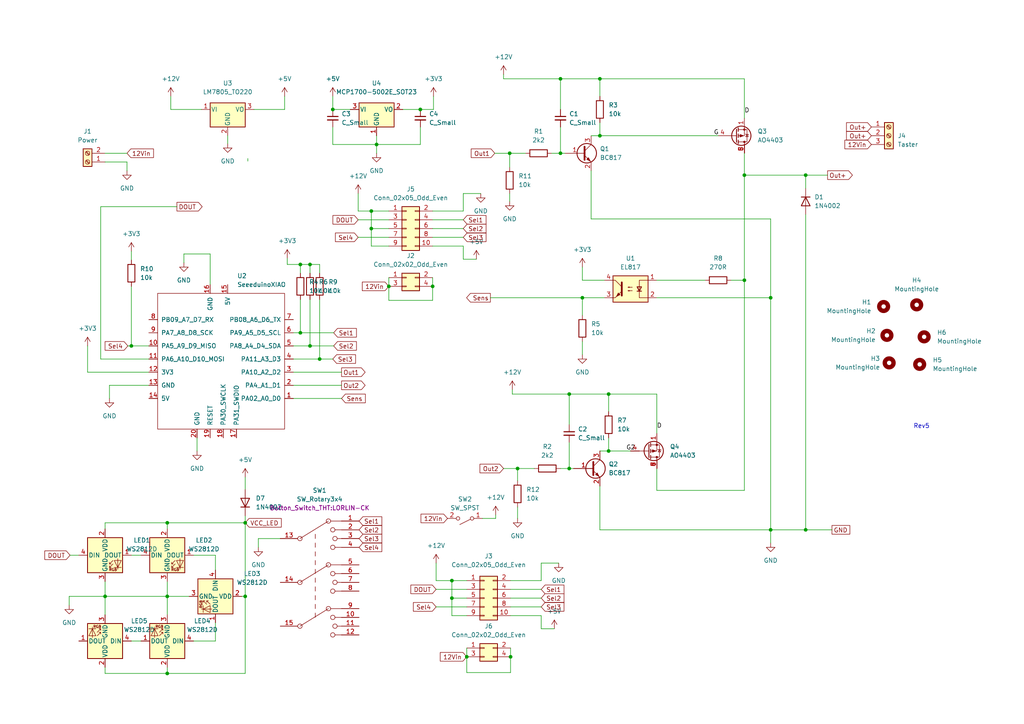
<source format=kicad_sch>
(kicad_sch (version 20211123) (generator eeschema)
  (paper "A4")
  (lib_symbols
    (symbol "AON6411_1" (pin_names hide)
      (property "Reference" "Q2" (at 6.35 1.2701 0))
      (property "Value" "AON6411_1" (at 6.35 -1.2699 0))
      (symbol "AON6411_1_1_1"
        (pin passive line (at 2.54 -5.08 90) (length 2.54) (name "S") (number "1"))
        (pin passive line (at 2.54 -5.08 90) (length 2.54) hide (name "S") (number "2"))
        (pin passive line (at 2.54 -5.08 90) (length 2.54) hide (name "S") (number "3"))
        (pin input line (at -5.08 0 0) (length 2.54) (name "G") (number "4"))
        (pin passive line (at 2.54 5.08 270) (length 2.54) (name "D") (number "5"))
        (pin passive line (at 2.54 5.08 270) (length 2.54) (name "D") (number "6"))
        (pin passive line (at 2.54 5.08 270) (length 2.54) (name "D") (number "7"))
        (pin passive line (at 2.54 5.08 270) (length 2.54) (name "D") (number "8"))
      )
    )
    (symbol "Connector:Screw_Terminal_01x02" (pin_names (offset 1.016) hide)
      (property "Reference" "J" (at 0 2.54 0))
      (property "Value" "Screw_Terminal_01x02" (at 0 -5.08 0))
      (symbol "Screw_Terminal_01x02_1_1"
        (pin passive line (at -5.08 0 0) (length 3.81) (name "Pin_1") (number "1"))
        (pin passive line (at -5.08 -2.54 0) (length 3.81) (name "Pin_2") (number "2"))
      )
    )
    (symbol "Connector:Screw_Terminal_01x03" (pin_names (offset 1.016) hide)
      (property "Reference" "J" (at 0 5.08 0))
      (property "Value" "Screw_Terminal_01x03" (at 0 -5.08 0))
      (symbol "Screw_Terminal_01x03_1_1"
        (pin passive line (at -5.08 2.54 0) (length 3.81) (name "Pin_1") (number "1"))
        (pin passive line (at -5.08 0 0) (length 3.81) (name "Pin_2") (number "2"))
        (pin passive line (at -5.08 -2.54 0) (length 3.81) (name "Pin_3") (number "3"))
      )
    )
    (symbol "Connector_Generic:Conn_02x02_Odd_Even" (pin_names (offset 1.016) hide)
      (property "Reference" "J" (at 1.27 2.54 0))
      (property "Value" "Conn_02x02_Odd_Even" (at 1.27 -5.08 0))
      (symbol "Conn_02x02_Odd_Even_1_1"
        (pin passive line (at -5.08 0 0) (length 3.81) (name "Pin_1") (number "1"))
        (pin passive line (at 7.62 0 180) (length 3.81) (name "Pin_2") (number "2"))
        (pin passive line (at -5.08 -2.54 0) (length 3.81) (name "Pin_3") (number "3"))
        (pin passive line (at 7.62 -2.54 180) (length 3.81) (name "Pin_4") (number "4"))
      )
    )
    (symbol "Connector_Generic:Conn_02x05_Odd_Even" (pin_names (offset 1.016) hide)
      (property "Reference" "J" (at 1.27 7.62 0))
      (property "Value" "Conn_02x05_Odd_Even" (at 1.27 -7.62 0))
      (symbol "Conn_02x05_Odd_Even_1_1"
        (pin passive line (at -5.08 5.08 0) (length 3.81) (name "Pin_1") (number "1"))
        (pin passive line (at 7.62 -5.08 180) (length 3.81) (name "Pin_10") (number "10"))
        (pin passive line (at 7.62 5.08 180) (length 3.81) (name "Pin_2") (number "2"))
        (pin passive line (at -5.08 2.54 0) (length 3.81) (name "Pin_3") (number "3"))
        (pin passive line (at 7.62 2.54 180) (length 3.81) (name "Pin_4") (number "4"))
        (pin passive line (at -5.08 0 0) (length 3.81) (name "Pin_5") (number "5"))
        (pin passive line (at 7.62 0 180) (length 3.81) (name "Pin_6") (number "6"))
        (pin passive line (at -5.08 -2.54 0) (length 3.81) (name "Pin_7") (number "7"))
        (pin passive line (at 7.62 -2.54 180) (length 3.81) (name "Pin_8") (number "8"))
        (pin passive line (at -5.08 -5.08 0) (length 3.81) (name "Pin_9") (number "9"))
      )
    )
    (symbol "Device:C_Small" (pin_numbers hide) (pin_names (offset 0.254) hide)
      (property "Reference" "C" (at 0.254 1.778 0))
      (property "Value" "C_Small" (at 0.254 -2.032 0))
      (symbol "C_Small_1_1"
        (pin passive line (at 0 2.54 270) (length 2.032) (name "~") (number "1"))
        (pin passive line (at 0 -2.54 90) (length 2.032) (name "~") (number "2"))
      )
    )
    (symbol "Device:R" (pin_numbers hide) (pin_names (offset 0))
      (property "Reference" "R" (at 2.032 0 90))
      (property "Value" "R" (at 0 0 90))
      (symbol "R_1_1"
        (pin passive line (at 0 3.81 270) (length 1.27) (name "~") (number "1"))
        (pin passive line (at 0 -3.81 90) (length 1.27) (name "~") (number "2"))
      )
    )
    (symbol "Diode:1N4002" (pin_numbers hide) (pin_names (offset 1.016) hide)
      (property "Reference" "D" (at 0 2.54 0))
      (property "Value" "1N4002" (at 0 -2.54 0))
      (symbol "1N4002_1_1"
        (pin passive line (at -3.81 0 0) (length 2.54) (name "K") (number "1"))
        (pin passive line (at 3.81 0 180) (length 2.54) (name "A") (number "2"))
      )
    )
    (symbol "Isolator:EL817" (pin_names (offset 1.016))
      (property "Reference" "U" (at -5.08 5.08 0))
      (property "Value" "EL817" (at 0 5.08 0))
      (symbol "EL817_1_1"
        (pin passive line (at -7.62 2.54 0) (length 2.54) (name "~") (number "1"))
        (pin passive line (at -7.62 -2.54 0) (length 2.54) (name "~") (number "2"))
        (pin passive line (at 7.62 -2.54 180) (length 2.54) (name "~") (number "3"))
        (pin passive line (at 7.62 2.54 180) (length 2.54) (name "~") (number "4"))
      )
    )
    (symbol "LED:WS2812D" (pin_names (offset 0.254))
      (property "Reference" "D" (at 5.08 5.715 0))
      (property "Value" "WS2812D" (at 1.27 -5.715 0))
      (symbol "WS2812D_0_0"
        (text "RGB" (at 2.286 -4.191 0) (effects (font (size 0.762 0.762))))
      )
      (symbol "WS2812D_1_1"
        (pin output line (at 7.62 0 180) (length 2.54) (name "DOUT") (number "1"))
        (pin power_in line (at 0 7.62 270) (length 2.54) (name "VDD") (number "2"))
        (pin power_in line (at 0 -7.62 90) (length 2.54) (name "GND") (number "3"))
        (pin input line (at -7.62 0 0) (length 2.54) (name "DIN") (number "4"))
      )
    )
    (symbol "Mechanical:MountingHole" (pin_names (offset 1.016))
      (property "Reference" "H" (at 0 5.08 0))
      (property "Value" "MountingHole" (at 0 3.175 0))
    )
    (symbol "Regulator_Linear:LM7805_TO220" (pin_names (offset 0.254))
      (property "Reference" "U" (at -3.81 3.175 0))
      (property "Value" "LM7805_TO220" (at 0 3.175 0))
      (symbol "LM7805_TO220_1_1"
        (pin power_in line (at -7.62 0 0) (length 2.54) (name "VI") (number "1"))
        (pin power_in line (at 0 -7.62 90) (length 2.54) (name "GND") (number "2"))
        (pin power_out line (at 7.62 0 180) (length 2.54) (name "VO") (number "3"))
      )
    )
    (symbol "Regulator_Linear:MCP1700-5002E_SOT23" (pin_names (offset 0.254))
      (property "Reference" "U" (at -3.81 3.175 0))
      (property "Value" "MCP1700-5002E_SOT23" (at 0 3.175 0))
      (symbol "MCP1700-5002E_SOT23_1_1"
        (pin power_in line (at 0 -7.62 90) (length 2.54) (name "GND") (number "1"))
        (pin power_out line (at 7.62 0 180) (length 2.54) (name "VO") (number "2"))
        (pin power_in line (at -7.62 0 0) (length 2.54) (name "VI") (number "3"))
      )
    )
    (symbol "Seeeduino XIAO:SeeeduinoXIAO" (pin_names (offset 1.016))
      (property "Reference" "U" (at -19.05 22.86 0))
      (property "Value" "SeeeduinoXIAO" (at -12.7 21.59 0))
      (symbol "SeeeduinoXIAO_1_1"
        (pin unspecified line (at -21.59 11.43 0) (length 2.54) (name "PA02_A0_D0") (number "1"))
        (pin unspecified line (at 20.32 -3.81 180) (length 2.54) (name "PA5_A9_D9_MISO") (number "10"))
        (pin unspecified line (at 20.32 0 180) (length 2.54) (name "PA6_A10_D10_MOSI") (number "11"))
        (pin unspecified line (at 20.32 3.81 180) (length 2.54) (name "3V3") (number "12"))
        (pin unspecified line (at 20.32 7.62 180) (length 2.54) (name "GND") (number "13"))
        (pin unspecified line (at 20.32 11.43 180) (length 2.54) (name "5V") (number "14"))
        (pin input line (at -2.54 -21.59 90) (length 2.54) (name "5V") (number "15"))
        (pin input line (at 2.54 -21.59 90) (length 2.54) (name "GND") (number "16"))
        (pin input line (at -5.08 22.86 270) (length 2.54) (name "PA31_SWDIO") (number "17"))
        (pin input line (at -1.27 22.86 270) (length 2.54) (name "PA30_SWCLK") (number "18"))
        (pin input line (at 2.54 22.86 270) (length 2.54) (name "RESET") (number "19"))
        (pin unspecified line (at -21.59 7.62 0) (length 2.54) (name "PA4_A1_D1") (number "2"))
        (pin input line (at 6.35 22.86 270) (length 2.54) (name "GND") (number "20"))
        (pin unspecified line (at -21.59 3.81 0) (length 2.54) (name "PA10_A2_D2") (number "3"))
        (pin unspecified line (at -21.59 0 0) (length 2.54) (name "PA11_A3_D3") (number "4"))
        (pin unspecified line (at -21.59 -3.81 0) (length 2.54) (name "PA8_A4_D4_SDA") (number "5"))
        (pin unspecified line (at -21.59 -7.62 0) (length 2.54) (name "PA9_A5_D5_SCL") (number "6"))
        (pin unspecified line (at -21.59 -11.43 0) (length 2.54) (name "PB08_A6_D6_TX") (number "7"))
        (pin unspecified line (at 20.32 -11.43 180) (length 2.54) (name "PB09_A7_D7_RX") (number "8"))
        (pin unspecified line (at 20.32 -7.62 180) (length 2.54) (name "PA7_A8_D8_SCK") (number "9"))
      )
    )
    (symbol "Switch:SW_Rotary3x4" (pin_names (offset 1.016) hide)
      (property "Reference" "SW1" (at 1.27 26.67 0))
      (property "Value" "SW_Rotary3x4" (at 1.27 24.13 0))
      (property "Footprint" "Button_Switch_THT:LORLIN-CK" (at 1.27 21.59 0))
      (symbol "SW_Rotary3x4_0_1"
        (pin passive line (at 12.7 17.78 180) (length 5.08) (name "1") (number "1"))
        (pin passive line (at 12.7 -10.16 180) (length 5.08) (name "10") (number "10"))
        (pin passive line (at 12.7 -12.7 180) (length 5.08) (name "11") (number "11"))
        (pin passive line (at 12.7 -15.24 180) (length 5.08) (name "12") (number "12"))
        (pin passive line (at -10.16 12.7 0) (length 5.08) (name "13") (number "13"))
        (pin passive line (at -10.16 0 0) (length 5.08) (name "14") (number "14"))
        (pin passive line (at -10.16 -12.7 0) (length 5.08) (name "15") (number "15"))
        (pin passive line (at 12.7 15.24 180) (length 5.08) (name "2") (number "2"))
        (pin passive line (at 12.7 12.7 180) (length 5.08) (name "3") (number "3"))
        (pin passive line (at 12.7 10.16 180) (length 5.08) (name "4") (number "4"))
        (pin passive line (at 12.7 5.08 180) (length 5.08) (name "5") (number "5"))
        (pin passive line (at 12.7 2.54 180) (length 5.08) (name "6") (number "6"))
        (pin passive line (at 12.7 0 180) (length 5.08) (name "7") (number "7"))
        (pin passive line (at 12.7 -2.54 180) (length 5.08) (name "8") (number "8"))
        (pin passive line (at 12.7 -7.62 180) (length 5.08) (name "9") (number "9"))
      )
    )
    (symbol "Switch:SW_SPST" (pin_names (offset 0) hide)
      (property "Reference" "SW" (at 0 3.175 0))
      (property "Value" "SW_SPST" (at 0 -2.54 0))
      (symbol "SW_SPST_1_1"
        (pin passive line (at -5.08 0 0) (length 2.54) (name "A") (number "1"))
        (pin passive line (at 5.08 0 180) (length 2.54) (name "B") (number "2"))
      )
    )
    (symbol "Transistor_BJT:BC817" (pin_names (offset 0) hide)
      (property "Reference" "Q" (at 5.08 1.905 0))
      (property "Value" "BC817" (at 5.08 0 0))
      (symbol "BC817_1_1"
        (pin input line (at -5.08 0 0) (length 5.715) (name "B") (number "1"))
        (pin passive line (at 2.54 -5.08 90) (length 2.54) (name "E") (number "2"))
        (pin passive line (at 2.54 5.08 270) (length 2.54) (name "C") (number "3"))
      )
    )
    (symbol "Transistor_FET:AON6411" (pin_names hide)
      (property "Reference" "Q4" (at 6.35 1.2701 0))
      (property "Value" "AO4403" (at 6.35 -1.2699 0))
      (symbol "AON6411_1_1"
        (pin passive line (at 2.54 -5.08 90) (length 2.54) (name "S") (number "1"))
        (pin passive line (at 2.54 -5.08 90) (length 2.54) hide (name "S") (number "2"))
        (pin passive line (at 2.54 -5.08 90) (length 2.54) hide (name "S") (number "3"))
        (pin input line (at -5.08 0 0) (length 2.54) (name "G") (number "4"))
        (pin passive line (at 2.54 5.08 270) (length 2.54) (name "D") (number "5"))
        (pin passive line (at 2.54 5.08 270) (length 2.54) (name "D") (number "6"))
        (pin passive line (at 2.54 5.08 270) (length 2.54) (name "D") (number "7"))
        (pin passive line (at 2.54 5.08 270) (length 2.54) (name "D") (number "8"))
      )
    )
    (symbol "power:+12V" (power) (pin_names (offset 0))
      (property "Value" "+12V" (at 0 3.556 0))
      (symbol "+12V_1_1"
        (pin power_in line (at 0 0 90) (length 0) hide (name "+12V") (number "1"))
      )
    )
    (symbol "power:+3.3V" (power) (pin_names (offset 0))
      (property "Value" "+3.3V" (at 0 3.556 0))
      (symbol "+3.3V_1_1"
        (pin power_in line (at 0 0 90) (length 0) hide (name "+3V3") (number "1"))
      )
    )
    (symbol "power:+5V" (power) (pin_names (offset 0))
      (property "Value" "+5V" (at 0 3.556 0))
      (symbol "+5V_1_1"
        (pin power_in line (at 0 0 90) (length 0) hide (name "+5V") (number "1"))
      )
    )
    (symbol "power:GND" (power) (pin_names (offset 0))
      (property "Value" "GND" (at 0 -3.81 0))
      (symbol "GND_1_1"
        (pin power_in line (at 0 0 270) (length 0) hide (name "GND") (number "1"))
      )
    )
  )
  (junction (at 92.71 104.14))
  (junction (at 107.696 61.214))
  (junction (at 168.91 86.36))
  (junction (at 125.476 83.058))
  (junction (at 112.776 83.058))
  (junction (at 233.68 50.8))
  (junction (at 71.12 172.974))
  (junction (at 109.22 41.91))
  (junction (at 96.52 31.75))
  (junction (at 215.9 81.28))
  (junction (at 147.828 44.45))
  (junction (at 162.56 44.45))
  (junction (at 148.082 190.5))
  (junction (at 48.514 172.974))
  (junction (at 135.382 190.5))
  (junction (at 223.52 153.67))
  (junction (at 107.696 66.294))
  (junction (at 131.064 173.482))
  (junction (at 150.114 135.89))
  (junction (at 121.92 31.75))
  (junction (at 87.122 76.708))
  (junction (at 71.12 151.638))
  (junction (at 165.1 135.89))
  (junction (at 38.1 100.33))
  (junction (at 173.99 39.37))
  (junction (at 165.1 114.3))
  (junction (at 87.122 96.52))
  (junction (at 176.53 114.3))
  (junction (at 48.514 151.638))
  (junction (at 48.514 195.326))
  (junction (at 176.53 130.81))
  (junction (at 162.56 22.86))
  (junction (at 233.68 153.67))
  (junction (at 223.52 86.36))
  (junction (at 89.916 76.708))
  (junction (at 89.916 100.33))
  (junction (at 30.48 172.974))
  (junction (at 215.9 50.8))
  (junction (at 131.064 168.402))
  (junction (at 173.99 22.86))
  (wire (pts (xy 96.52 36.83) (xy 96.52 41.91)))
  (wire (pts (xy 125.73 31.75) (xy 125.73 27.94)))
  (wire (pts (xy 148.082 190.5) (xy 148.082 187.96)))
  (wire (pts (xy 148.59 113.03) (xy 148.59 114.3)))
  (wire (pts (xy 89.916 86.868) (xy 89.916 100.33)))
  (wire (pts (xy 168.91 77.47) (xy 168.91 81.28)))
  (wire (pts (xy 134.366 75.184) (xy 134.366 71.374)))
  (wire (pts (xy 173.99 22.86) (xy 173.99 27.94)))
  (wire (pts (xy 101.6 31.75) (xy 96.52 31.75)))
  (wire (pts (xy 38.1 75.438) (xy 38.1 72.898)))
  (wire (pts (xy 38.1 185.928) (xy 40.894 185.928)))
  (wire (pts (xy 148.082 168.402) (xy 156.972 168.402)))
  (wire (pts (xy 150.114 147.066) (xy 150.114 150.368)))
  (wire (pts (xy 30.48 195.326) (xy 48.514 195.326)))
  (wire (pts (xy 31.75 111.76) (xy 31.75 115.57)))
  (wire (pts (xy 49.53 31.75) (xy 58.42 31.75)))
  (wire (pts (xy 135.382 190.5) (xy 135.382 195.072)))
  (wire (pts (xy 92.71 76.708) (xy 89.916 76.708)))
  (wire (pts (xy 190.5 142.24) (xy 215.9 142.24)))
  (wire (pts (xy 85.09 104.14) (xy 92.71 104.14)))
  (wire (pts (xy 173.99 130.81) (xy 176.53 130.81)))
  (wire (pts (xy 87.122 76.708) (xy 83.312 76.708)))
  (wire (pts (xy 107.696 66.294) (xy 107.696 71.374)))
  (wire (pts (xy 233.68 62.23) (xy 233.68 153.67)))
  (wire (pts (xy 74.93 156.21) (xy 74.93 158.75)))
  (wire (pts (xy 36.83 46.99) (xy 36.83 49.53)))
  (wire (pts (xy 215.9 22.86) (xy 215.9 34.29)))
  (wire (pts (xy 66.04 39.37) (xy 66.04 41.656)))
  (wire (pts (xy 48.514 151.638) (xy 71.12 151.638)))
  (wire (pts (xy 62.484 180.594) (xy 62.484 185.928)))
  (wire (pts (xy 85.09 100.33) (xy 89.916 100.33)))
  (wire (pts (xy 43.18 104.14) (xy 29.21 104.14)))
  (wire (pts (xy 223.52 153.67) (xy 233.68 153.67)))
  (wire (pts (xy 156.972 163.322) (xy 156.972 168.402)))
  (wire (pts (xy 131.064 178.562) (xy 135.382 178.562)))
  (wire (pts (xy 173.99 35.56) (xy 173.99 39.37)))
  (wire (pts (xy 89.916 76.708) (xy 89.916 79.248)))
  (wire (pts (xy 30.48 168.656) (xy 30.48 172.974)))
  (wire (pts (xy 87.122 86.868) (xy 87.122 96.52)))
  (wire (pts (xy 190.5 135.89) (xy 190.5 142.24)))
  (wire (pts (xy 148.082 170.942) (xy 156.972 170.942)))
  (wire (pts (xy 125.476 80.518) (xy 125.476 83.058)))
  (wire (pts (xy 112.776 87.122) (xy 125.476 87.122)))
  (wire (pts (xy 168.91 86.36) (xy 175.26 86.36)))
  (wire (pts (xy 56.134 185.928) (xy 62.484 185.928)))
  (wire (pts (xy 134.366 71.374) (xy 125.476 71.374)))
  (wire (pts (xy 162.56 44.45) (xy 163.83 44.45)))
  (wire (pts (xy 112.776 66.294) (xy 107.696 66.294)))
  (wire (pts (xy 85.09 96.52) (xy 87.122 96.52)))
  (wire (pts (xy 233.68 50.8) (xy 233.68 54.61)))
  (wire (pts (xy 168.91 81.28) (xy 175.26 81.28)))
  (wire (pts (xy 92.71 86.868) (xy 92.71 104.14)))
  (wire (pts (xy 87.122 96.52) (xy 96.774 96.52)))
  (wire (pts (xy 103.886 56.134) (xy 103.886 61.214)))
  (wire (pts (xy 135.382 173.482) (xy 131.064 173.482)))
  (wire (pts (xy 171.45 63.5) (xy 223.52 63.5)))
  (wire (pts (xy 173.99 153.67) (xy 223.52 153.67)))
  (wire (pts (xy 215.9 50.8) (xy 233.68 50.8)))
  (wire (pts (xy 156.972 178.562) (xy 148.082 178.562)))
  (wire (pts (xy 89.916 100.33) (xy 96.774 100.33)))
  (wire (pts (xy 31.75 111.76) (xy 43.18 111.76)))
  (wire (pts (xy 173.99 22.86) (xy 162.56 22.86)))
  (wire (pts (xy 37.084 100.33) (xy 38.1 100.33)))
  (wire (pts (xy 126.492 176.022) (xy 135.382 176.022)))
  (wire (pts (xy 73.66 31.75) (xy 82.55 31.75)))
  (wire (pts (xy 89.916 76.708) (xy 87.122 76.708)))
  (wire (pts (xy 165.1 114.3) (xy 148.59 114.3)))
  (wire (pts (xy 30.48 172.974) (xy 20.066 172.974)))
  (wire (pts (xy 126.492 163.322) (xy 126.492 168.402)))
  (wire (pts (xy 71.12 138.43) (xy 71.12 141.986)))
  (wire (pts (xy 147.828 44.45) (xy 152.4 44.45)))
  (wire (pts (xy 103.886 68.834) (xy 112.776 68.834)))
  (wire (pts (xy 143.764 150.368) (xy 143.764 149.352)))
  (wire (pts (xy 121.92 31.75) (xy 125.73 31.75)))
  (wire (pts (xy 96.52 41.91) (xy 109.22 41.91)))
  (wire (pts (xy 176.53 114.3) (xy 176.53 119.38)))
  (wire (pts (xy 48.514 193.548) (xy 48.514 195.326)))
  (wire (pts (xy 70.104 172.974) (xy 71.12 172.974)))
  (wire (pts (xy 165.1 135.89) (xy 166.37 135.89)))
  (wire (pts (xy 57.15 127) (xy 57.15 130.81)))
  (wire (pts (xy 148.082 173.482) (xy 156.972 173.482)))
  (wire (pts (xy 125.476 66.294) (xy 134.366 66.294)))
  (wire (pts (xy 56.134 161.036) (xy 62.484 161.036)))
  (wire (pts (xy 150.114 135.89) (xy 154.94 135.89)))
  (wire (pts (xy 176.53 114.3) (xy 190.5 114.3)))
  (wire (pts (xy 82.55 27.94) (xy 82.55 31.75)))
  (wire (pts (xy 125.476 61.214) (xy 134.366 61.214)))
  (wire (pts (xy 121.92 41.91) (xy 121.92 36.83)))
  (wire (pts (xy 160.02 44.45) (xy 162.56 44.45)))
  (wire (pts (xy 112.776 83.058) (xy 112.776 87.122)))
  (wire (pts (xy 103.886 63.754) (xy 112.776 63.754)))
  (wire (pts (xy 162.56 36.83) (xy 162.56 44.45)))
  (wire (pts (xy 173.99 22.86) (xy 215.9 22.86)))
  (wire (pts (xy 171.45 49.53) (xy 171.45 63.5)))
  (wire (pts (xy 81.28 156.21) (xy 74.93 156.21)))
  (wire (pts (xy 147.828 44.45) (xy 147.828 48.514)))
  (wire (pts (xy 30.48 46.99) (xy 36.83 46.99)))
  (wire (pts (xy 96.52 31.75) (xy 96.52 27.94)))
  (wire (pts (xy 29.21 59.944) (xy 29.21 104.14)))
  (wire (pts (xy 48.514 172.974) (xy 54.864 172.974)))
  (wire (pts (xy 162.052 163.322) (xy 156.972 163.322)))
  (wire (pts (xy 49.53 27.94) (xy 49.53 31.75)))
  (wire (pts (xy 233.68 153.67) (xy 241.3 153.67)))
  (wire (pts (xy 190.5 86.36) (xy 223.52 86.36)))
  (wire (pts (xy 150.114 135.89) (xy 150.114 139.446)))
  (wire (pts (xy 53.34 76.2) (xy 53.34 73.66)))
  (wire (pts (xy 131.064 168.402) (xy 135.382 168.402)))
  (wire (pts (xy 109.22 41.91) (xy 109.22 44.45)))
  (wire (pts (xy 85.09 107.95) (xy 99.06 107.95)))
  (wire (pts (xy 168.91 86.36) (xy 168.91 91.44)))
  (wire (pts (xy 71.12 172.974) (xy 71.12 195.326)))
  (wire (pts (xy 71.12 151.638) (xy 71.12 172.974)))
  (wire (pts (xy 92.71 76.708) (xy 92.71 79.248)))
  (wire (pts (xy 146.05 135.89) (xy 150.114 135.89)))
  (wire (pts (xy 62.484 165.354) (xy 62.484 161.036)))
  (wire (pts (xy 83.312 74.93) (xy 83.312 76.708)))
  (wire (pts (xy 112.776 80.518) (xy 112.776 83.058)))
  (wire (pts (xy 223.52 86.36) (xy 223.52 153.67)))
  (wire (pts (xy 176.53 127) (xy 176.53 130.81)))
  (wire (pts (xy 223.52 153.67) (xy 223.52 157.48)))
  (wire (pts (xy 126.492 168.402) (xy 131.064 168.402)))
  (wire (pts (xy 53.34 73.66) (xy 60.96 73.66)))
  (wire (pts (xy 107.696 66.294) (xy 107.696 61.214)))
  (wire (pts (xy 109.22 39.37) (xy 109.22 41.91)))
  (wire (pts (xy 25.4 107.95) (xy 43.18 107.95)))
  (wire (pts (xy 126.492 170.942) (xy 135.382 170.942)))
  (wire (pts (xy 125.476 63.754) (xy 134.366 63.754)))
  (wire (pts (xy 162.56 135.89) (xy 165.1 135.89)))
  (wire (pts (xy 30.48 153.416) (xy 30.48 151.638)))
  (wire (pts (xy 165.1 128.27) (xy 165.1 135.89)))
  (wire (pts (xy 147.828 56.134) (xy 147.828 58.42)))
  (wire (pts (xy 176.53 130.81) (xy 182.88 130.81)))
  (wire (pts (xy 125.476 87.122) (xy 125.476 83.058)))
  (wire (pts (xy 139.446 56.134) (xy 134.366 56.134)))
  (wire (pts (xy 165.1 114.3) (xy 165.1 123.19)))
  (wire (pts (xy 48.514 172.974) (xy 48.514 178.308)))
  (wire (pts (xy 190.5 81.28) (xy 204.47 81.28)))
  (wire (pts (xy 85.09 111.76) (xy 99.06 111.76)))
  (wire (pts (xy 156.972 182.372) (xy 156.972 178.562)))
  (wire (pts (xy 38.1 100.33) (xy 43.18 100.33)))
  (wire (pts (xy 215.9 81.28) (xy 215.9 50.8)))
  (wire (pts (xy 38.1 161.036) (xy 40.894 161.036)))
  (wire (pts (xy 30.48 172.974) (xy 48.514 172.974)))
  (wire (pts (xy 48.514 168.656) (xy 48.514 172.974)))
  (wire (pts (xy 131.064 173.482) (xy 131.064 178.562)))
  (wire (pts (xy 30.48 172.974) (xy 30.48 178.308)))
  (wire (pts (xy 148.082 176.022) (xy 156.972 176.022)))
  (wire (pts (xy 20.32 161.036) (xy 22.86 161.036)))
  (wire (pts (xy 173.99 140.97) (xy 173.99 153.67)))
  (wire (pts (xy 168.91 86.36) (xy 142.24 86.36)))
  (wire (pts (xy 60.96 73.66) (xy 60.96 82.55)))
  (wire (pts (xy 134.366 56.134) (xy 134.366 61.214)))
  (wire (pts (xy 125.476 68.834) (xy 134.366 68.834)))
  (wire (pts (xy 51.308 59.944) (xy 29.21 59.944)))
  (wire (pts (xy 87.122 76.708) (xy 87.122 79.248)))
  (wire (pts (xy 116.84 31.75) (xy 121.92 31.75)))
  (wire (pts (xy 85.09 115.57) (xy 99.06 115.57)))
  (wire (pts (xy 156.972 182.372) (xy 160.782 182.372)))
  (wire (pts (xy 30.48 44.45) (xy 36.83 44.45)))
  (wire (pts (xy 71.882 45.974) (xy 71.882 46.736)))
  (wire (pts (xy 71.12 149.606) (xy 71.12 151.638)))
  (wire (pts (xy 109.22 41.91) (xy 121.92 41.91)))
  (wire (pts (xy 139.954 150.368) (xy 143.764 150.368)))
  (wire (pts (xy 215.9 44.45) (xy 215.9 50.8)))
  (wire (pts (xy 103.886 61.214) (xy 107.696 61.214)))
  (wire (pts (xy 30.48 151.638) (xy 48.514 151.638)))
  (wire (pts (xy 148.082 195.072) (xy 148.082 190.5)))
  (wire (pts (xy 134.366 75.184) (xy 138.176 75.184)))
  (wire (pts (xy 215.9 81.28) (xy 215.9 142.24)))
  (wire (pts (xy 48.514 151.638) (xy 48.514 153.416)))
  (wire (pts (xy 131.064 168.402) (xy 131.064 173.482)))
  (wire (pts (xy 190.5 114.3) (xy 190.5 125.73)))
  (wire (pts (xy 20.066 172.974) (xy 20.066 175.514)))
  (wire (pts (xy 173.99 39.37) (xy 208.28 39.37)))
  (wire (pts (xy 146.05 21.59) (xy 146.05 22.86)))
  (wire (pts (xy 30.48 195.326) (xy 30.48 193.548)))
  (wire (pts (xy 107.696 71.374) (xy 112.776 71.374)))
  (wire (pts (xy 162.56 22.86) (xy 162.56 31.75)))
  (wire (pts (xy 107.696 61.214) (xy 112.776 61.214)))
  (wire (pts (xy 38.1 83.058) (xy 38.1 100.33)))
  (wire (pts (xy 135.382 187.96) (xy 135.382 190.5)))
  (wire (pts (xy 25.4 100.33) (xy 25.4 107.95)))
  (wire (pts (xy 171.45 39.37) (xy 173.99 39.37)))
  (wire (pts (xy 212.09 81.28) (xy 215.9 81.28)))
  (wire (pts (xy 92.71 104.14) (xy 96.52 104.14)))
  (wire (pts (xy 223.52 63.5) (xy 223.52 86.36)))
  (wire (pts (xy 233.68 50.8) (xy 240.03 50.8)))
  (wire (pts (xy 135.382 195.072) (xy 148.082 195.072)))
  (wire (pts (xy 143.51 44.45) (xy 147.828 44.45)))
  (wire (pts (xy 71.12 195.326) (xy 48.514 195.326)))
  (wire (pts (xy 176.53 114.3) (xy 165.1 114.3)))
  (wire (pts (xy 162.56 22.86) (xy 146.05 22.86)))
  (wire (pts (xy 168.91 99.06) (xy 168.91 102.87)))
  (text "Rev5" (at 264.922 124.46 0) (effects (font (size 1.27 1.27)) (justify left bottom)))
  (label "G2" (at 181.61 130.81 0))
  (label "D" (at 190.5 124.46 0))
  (label "D" (at 215.9 33.02 0))
  (label "G" (at 207.01 39.37 0))
  (global_label "VCC_LED" (shape input) (at 71.12 151.638 0) (property "Intersheet References" "${INTERSHEET_REFS}" (effects hide)))
  (global_label "Out2" (shape output) (at 99.06 111.76 0) (property "Intersheet References" "${INTERSHEET_REFS}" (effects hide)))
  (global_label "DOUT" (shape input) (at 20.32 161.036 180) (property "Intersheet References" "${INTERSHEET_REFS}" (effects hide)))
  (global_label "Sel4" (shape input) (at 104.14 158.75 0) (property "Intersheet References" "${INTERSHEET_REFS}" (effects hide)))
  (global_label "Out1" (shape output) (at 99.06 107.95 0) (property "Intersheet References" "${INTERSHEET_REFS}" (effects hide)))
  (global_label "Sel4" (shape input) (at 37.084 100.33 180) (property "Intersheet References" "${INTERSHEET_REFS}" (effects hide)))
  (global_label "Out+" (shape input) (at 252.73 36.83 180) (property "Intersheet References" "${INTERSHEET_REFS}" (effects hide)))
  (global_label "12Vin" (shape input) (at 135.382 190.5 180) (property "Intersheet References" "${INTERSHEET_REFS}" (effects hide)))
  (global_label "Sens" (shape input) (at 99.06 115.57 0) (property "Intersheet References" "${INTERSHEET_REFS}" (effects hide)))
  (global_label "DOUT" (shape input) (at 103.886 63.754 180) (property "Intersheet References" "${INTERSHEET_REFS}" (effects hide)))
  (global_label "Out+" (shape output) (at 240.03 50.8 0) (property "Intersheet References" "${INTERSHEET_REFS}" (effects hide)))
  (global_label "12Vin" (shape input) (at 129.794 150.368 180) (property "Intersheet References" "${INTERSHEET_REFS}" (effects hide)))
  (global_label "Out+" (shape input) (at 252.73 39.37 180) (property "Intersheet References" "${INTERSHEET_REFS}" (effects hide)))
  (global_label "Sel1" (shape input) (at 104.14 151.13 0) (property "Intersheet References" "${INTERSHEET_REFS}" (effects hide)))
  (global_label "DOUT" (shape output) (at 51.308 59.944 0) (property "Intersheet References" "${INTERSHEET_REFS}" (effects hide)))
  (global_label "Sel4" (shape input) (at 126.492 176.022 180) (property "Intersheet References" "${INTERSHEET_REFS}" (effects hide)))
  (global_label "Sel3" (shape input) (at 134.366 68.834 0) (property "Intersheet References" "${INTERSHEET_REFS}" (effects hide)))
  (global_label "Sel2" (shape input) (at 96.774 100.33 0) (property "Intersheet References" "${INTERSHEET_REFS}" (effects hide)))
  (global_label "Sel2" (shape input) (at 134.366 66.294 0) (property "Intersheet References" "${INTERSHEET_REFS}" (effects hide)))
  (global_label "DOUT" (shape input) (at 126.492 170.942 180) (property "Intersheet References" "${INTERSHEET_REFS}" (effects hide)))
  (global_label "Sel1" (shape input) (at 96.774 96.52 0) (property "Intersheet References" "${INTERSHEET_REFS}" (effects hide)))
  (global_label "Sel3" (shape input) (at 156.972 176.022 0) (property "Intersheet References" "${INTERSHEET_REFS}" (effects hide)))
  (global_label "12Vin" (shape input) (at 112.776 83.058 180) (property "Intersheet References" "${INTERSHEET_REFS}" (effects hide)))
  (global_label "GND" (shape passive) (at 241.3 153.67 0) (property "Intersheet References" "${INTERSHEET_REFS}" (effects hide)))
  (global_label "Sel1" (shape input) (at 156.972 170.942 0) (property "Intersheet References" "${INTERSHEET_REFS}" (effects hide)))
  (global_label "Sel3" (shape input) (at 104.14 156.21 0) (property "Intersheet References" "${INTERSHEET_REFS}" (effects hide)))
  (global_label "Sel4" (shape input) (at 103.886 68.834 180) (property "Intersheet References" "${INTERSHEET_REFS}" (effects hide)))
  (global_label "Sel1" (shape input) (at 134.366 63.754 0) (property "Intersheet References" "${INTERSHEET_REFS}" (effects hide)))
  (global_label "Out2" (shape input) (at 146.05 135.89 180) (property "Intersheet References" "${INTERSHEET_REFS}" (effects hide)))
  (global_label "Out1" (shape input) (at 143.51 44.45 180) (property "Intersheet References" "${INTERSHEET_REFS}" (effects hide)))
  (global_label "Sel2" (shape input) (at 156.972 173.482 0) (property "Intersheet References" "${INTERSHEET_REFS}" (effects hide)))
  (global_label "12Vin" (shape input) (at 252.73 41.91 180) (property "Intersheet References" "${INTERSHEET_REFS}" (effects hide)))
  (global_label "Sel2" (shape input) (at 104.14 153.67 0) (property "Intersheet References" "${INTERSHEET_REFS}" (effects hide)))
  (global_label "Sens" (shape output) (at 142.24 86.36 180) (property "Intersheet References" "${INTERSHEET_REFS}" (effects hide)))
  (global_label "12Vin" (shape input) (at 36.83 44.45 0) (property "Intersheet References" "${INTERSHEET_REFS}" (effects hide)))
  (global_label "Sel3" (shape input) (at 96.52 104.14 0) (property "Intersheet References" "${INTERSHEET_REFS}" (effects hide)))
  (symbol (lib_id "power:+5V") (at 160.782 182.372 0) (unit 1)
    (property "Reference" "#PWR0124" (effects hide))
    (property "Value" "+5V" (at 160.782 177.292 0))
  )
  (symbol (lib_id "Connector_Generic:Conn_02x02_Odd_Even") (at 140.462 187.96 0) (unit 1)
    (property "Reference" "J6" (at 141.732 181.61 0))
    (property "Value" "Conn_02x02_Odd_Even" (at 141.732 184.15 0))
    (property "Footprint" "Connector_PinHeader_2.54mm:PinHeader_2x02_P2.54mm_Vertical" (effects hide))
  )
  (symbol (lib_id "power:+5V") (at 138.176 75.184 0) (mirror y) (unit 1)
    (property "Reference" "#PWR0120" (effects hide))
    (property "Value" "+5V" (at 138.176 70.104 0))
  )
  (symbol (lib_id "power:+3.3V") (at 168.91 77.47 0) (unit 1)
    (property "Reference" "#PWR0103" (effects hide))
    (property "Value" "+3.3V" (at 168.91 72.39 0))
  )
  (symbol (lib_id "Mechanical:MountingHole") (at 266.7442 105.6841 0) (unit 1)
    (property "Reference" "H5" (at 270.51 104.414 0) (effects (justify left)))
    (property "Value" "MountingHole" (at 270.51 106.954 0) (effects (justify left)))
    (property "Footprint" "MountingHole:MountingHole_2.5mm" (effects hide))
  )
  (symbol (lib_id "Device:R") (at 38.1 79.248 0) (unit 1)
    (property "Reference" "R10" (at 40.64 77.9779 0) (effects (justify left)))
    (property "Value" "10k" (at 40.64 80.5179 0) (effects (justify left)))
    (property "Footprint" "Resistor_SMD:R_0805_2012Metric" (effects hide))
  )
  (symbol (lib_id "Connector:Screw_Terminal_01x02") (at 25.4 46.99 180) (unit 1)
    (property "Reference" "J1" (at 25.4 38.1 0))
    (property "Value" "Power" (at 25.4 40.64 0))
    (property "Footprint" "TerminalBlock_MetzConnect:TerminalBlock_MetzConnect_Type101_RT01602HBWC_1x02_P5.08mm_Horizontal" (effects hide))
  )
  (symbol (lib_id "Device:R") (at 173.99 31.75 0) (unit 1)
    (property "Reference" "R3" (at 176.53 30.4799 0) (effects (justify left)))
    (property "Value" "10k" (at 176.53 33.0199 0) (effects (justify left)))
    (property "Footprint" "Resistor_SMD:R_0805_2012Metric" (effects hide))
  )
  (symbol (lib_id "Device:R") (at 168.91 95.25 0) (unit 1)
    (property "Reference" "R5" (at 171.45 93.9799 0) (effects (justify left)))
    (property "Value" "10k" (at 171.45 96.5199 0) (effects (justify left)))
    (property "Footprint" "Resistor_SMD:R_0805_2012Metric" (effects hide))
  )
  (symbol (lib_id "Isolator:EL817") (at 182.88 83.82 0) (mirror y) (unit 1)
    (property "Reference" "U1" (at 182.88 74.93 0))
    (property "Value" "EL817" (at 182.88 77.47 0))
    (property "Footprint" "Package_DIP:DIP-4_W7.62mm" (effects hide))
    (property "Datasheet" "http://www.everlight.com/file/ProductFile/EL817.pdf" (effects hide))
  )
  (symbol (lib_id "power:GND") (at 74.93 158.75 0) (unit 1)
    (property "Reference" "#PWR0123" (effects hide))
    (property "Value" "GND" (at 74.93 163.83 0))
  )
  (symbol (lib_id "Mechanical:MountingHole") (at 256.286 88.9 0) (unit 1)
    (property "Reference" "H1" (at 252.73 87.6299 0) (effects (justify right)))
    (property "Value" "MountingHole" (at 252.73 90.1699 0) (effects (justify right)))
    (property "Footprint" "MountingHole:MountingHole_2.5mm" (effects hide))
  )
  (symbol (lib_id "power:GND") (at 66.04 41.656 0) (unit 1)
    (property "Reference" "#PWR0111" (effects hide))
    (property "Value" "GND" (at 66.04 46.736 0))
  )
  (symbol (lib_id "Transistor_BJT:BC817") (at 168.91 44.45 0) (unit 1)
    (property "Reference" "Q1" (at 173.99 43.1799 0) (effects (justify left)))
    (property "Value" "BC817" (at 173.99 45.7199 0) (effects (justify left)))
    (property "Footprint" "Package_TO_SOT_SMD:SOT-23" (effects hide))
    (property "Datasheet" "https://www.onsemi.com/pub/Collateral/BC818-D.pdf" (effects hide))
  )
  (symbol (lib_id "power:GND") (at 223.52 157.48 0) (unit 1)
    (property "Reference" "#PWR0101" (effects hide))
    (property "Value" "GND" (at 223.52 162.56 0))
  )
  (symbol (lib_id "Device:C_Small") (at 162.56 34.29 0) (unit 1)
    (property "Reference" "C1" (at 165.1 33.0262 0) (effects (justify left)))
    (property "Value" "C_Small" (at 165.1 35.5662 0) (effects (justify left)))
    (property "Footprint" "Capacitor_SMD:C_0805_2012Metric" (effects hide))
  )
  (symbol (lib_id "Switch:SW_SPST") (at 134.874 150.368 180) (unit 1)
    (property "Reference" "SW2" (at 134.874 144.78 0))
    (property "Value" "SW_SPST" (at 134.874 147.32 0))
    (property "Footprint" "Button_Switch_THT:Toggle_Switch_SPST" (effects hide))
  )
  (symbol (lib_id "LED:WS2812D") (at 30.48 161.036 0) (unit 1)
    (property "Reference" "LED1" (at 41.148 156.7053 0))
    (property "Value" "WS2812D" (at 41.148 159.2453 0))
    (property "Footprint" "LED_THT:LED_D5.0mm-4_RGB" (effects hide))
    (property "Datasheet" "https://cdn-shop.adafruit.com/product-files/1138/SK6812+LED+datasheet+.pdf" (effects hide))
  )
  (symbol (lib_id "Mechanical:MountingHole") (at 257.8957 105.2525 0) (unit 1)
    (property "Reference" "H3" (at 255.27 103.9824 0) (effects (justify right)))
    (property "Value" "MountingHole" (at 255.27 106.5224 0) (effects (justify right)))
    (property "Footprint" "MountingHole:MountingHole_2.5mm" (effects hide))
  )
  (symbol (lib_id "Diode:1N4002") (at 71.12 145.796 90) (unit 1)
    (property "Reference" "D7" (at 74.168 144.5259 90) (effects (justify right)))
    (property "Value" "1N4002" (at 74.168 147.0659 90) (effects (justify right)))
    (property "Footprint" "Diode_THT:D_DO-41_SOD81_P7.62mm_Horizontal" (effects hide))
    (property "Datasheet" "http://www.vishay.com/docs/88503/1n4001.pdf" (effects hide))
  )
  (symbol (lib_id "power:GND") (at 139.446 56.134 0) (unit 1)
    (property "Reference" "#PWR0118" (effects hide))
    (property "Value" "GND" (at 139.446 61.214 0))
  )
  (symbol (lib_id "power:+5V") (at 82.55 27.94 0) (unit 1)
    (property "Reference" "#PWR0112" (effects hide))
    (property "Value" "+5V" (at 82.55 22.86 0))
  )
  (symbol (lib_id "power:GND") (at 53.34 76.2 0) (unit 1)
    (property "Reference" "#PWR0109" (effects hide))
    (property "Value" "GND" (at 53.34 81.28 0))
  )
  (symbol (lib_id "Device:R") (at 87.122 83.058 0) (unit 1)
    (property "Reference" "R4" (at 89.662 81.7879 0) (effects (justify left)))
    (property "Value" "10k" (at 89.662 84.3279 0) (effects (justify left)))
    (property "Footprint" "Resistor_SMD:R_0805_2012Metric" (effects hide))
  )
  (symbol (lib_id "Device:R") (at 208.28 81.28 90) (unit 1)
    (property "Reference" "R8" (at 208.28 74.93 90))
    (property "Value" "270R" (at 208.28 77.47 90))
    (property "Footprint" "Resistor_SMD:R_0805_2012Metric" (effects hide))
  )
  (symbol (lib_id "power:+12V") (at 143.764 149.352 0) (unit 1)
    (property "Reference" "#PWR0116" (effects hide))
    (property "Value" "+12V" (at 143.764 144.272 0))
  )
  (symbol (lib_id "power:GND") (at 162.052 163.322 0) (unit 1)
    (property "Reference" "#PWR0125" (effects hide))
    (property "Value" "GND" (at 162.052 168.402 0))
  )
  (symbol (lib_id "power:GND") (at 109.22 44.45 0) (unit 1)
    (property "Reference" "#PWR0114" (effects hide))
    (property "Value" "GND" (at 109.22 49.53 0))
  )
  (symbol (lib_id "Transistor_FET:AON6411") (at 187.96 130.81 0) (mirror x) (unit 1)
    (property "Reference" "Q4" (at 194.31 129.5399 0) (effects (justify left)))
    (property "Value" "AO4403" (at 194.31 132.0799 0) (effects (justify left)))
    (property "Footprint" "Package_SO:PowerIntegrations_SO-8" (effects hide))
    (property "Datasheet" "http://www.aosmd.com/res/data_sheets/AON6411.pdf" (effects hide))
  )
  (symbol (lib_id "Device:R") (at 158.75 135.89 270) (unit 1)
    (property "Reference" "R2" (at 158.75 129.54 90))
    (property "Value" "2k2" (at 158.75 132.08 90))
    (property "Footprint" "Resistor_SMD:R_0805_2012Metric" (effects hide))
  )
  (symbol (lib_id "power:GND") (at 147.828 58.42 0) (unit 1)
    (property "Reference" "#PWR0121" (effects hide))
    (property "Value" "GND" (at 147.828 63.5 0))
  )
  (symbol (lib_id "Device:R") (at 176.53 123.19 0) (unit 1)
    (property "Reference" "R7" (at 179.07 121.9199 0) (effects (justify left)))
    (property "Value" "10k" (at 179.07 124.4599 0) (effects (justify left)))
    (property "Footprint" "Resistor_SMD:R_0805_2012Metric" (effects hide))
  )
  (symbol (lib_id "power:+12V") (at 148.59 113.03 0) (unit 1)
    (property "Reference" "#PWR0105" (effects hide))
    (property "Value" "+12V" (at 148.59 107.95 0))
  )
  (symbol (lib_id "LED:WS2812D") (at 62.484 172.974 270) (unit 1)
    (property "Reference" "LED3" (at 73.152 166.3952 90))
    (property "Value" "WS2812D" (at 73.152 168.9352 90))
    (property "Footprint" "LED_THT:LED_D5.0mm-4_RGB" (effects hide))
    (property "Datasheet" "https://cdn-shop.adafruit.com/product-files/1138/SK6812+LED+datasheet+.pdf" (effects hide))
  )
  (symbol (lib_id "Device:R") (at 92.71 83.058 0) (unit 1)
    (property "Reference" "R9" (at 95.25 81.7879 0) (effects (justify left)))
    (property "Value" "10k" (at 95.25 84.3279 0) (effects (justify left)))
    (property "Footprint" "Resistor_SMD:R_0805_2012Metric" (effects hide))
  )
  (symbol (lib_id "Regulator_Linear:MCP1700-5002E_SOT23") (at 109.22 31.75 0) (unit 1)
    (property "Reference" "U4" (at 109.22 24.13 0))
    (property "Value" "MCP1700-5002E_SOT23" (at 109.22 26.67 0))
    (property "Footprint" "Package_TO_SOT_SMD:SOT-23" (effects hide))
    (property "Datasheet" "http://ww1.microchip.com/downloads/en/DeviceDoc/20001826D.pdf" (effects hide))
  )
  (symbol (lib_id "Seeeduino XIAO:SeeeduinoXIAO") (at 63.5 104.14 180) (unit 1)
    (property "Reference" "U2" (at 68.8087 80.01 0) (effects (justify right)))
    (property "Value" "SeeeduinoXIAO" (at 68.8087 82.55 0) (effects (justify right)))
    (property "Footprint" "Seeeduino XIAO KICAD:Seeeduino XIAO-MOUDLE14P-2.54-21X17.8MM" (effects hide))
  )
  (symbol (lib_id "Connector_Generic:Conn_02x02_Odd_Even") (at 117.856 80.518 0) (unit 1)
    (property "Reference" "J2" (at 119.126 74.168 0))
    (property "Value" "Conn_02x02_Odd_Even" (at 119.126 76.708 0))
    (property "Footprint" "Connector_PinSocket_2.54mm:PinSocket_2x02_P2.54mm_Vertical" (effects hide))
  )
  (symbol (lib_id "Mechanical:MountingHole") (at 265.881 88.4187 0) (unit 1)
    (property "Reference" "H4" (at 265.881 81.28 0))
    (property "Value" "MountingHole" (at 265.881 83.82 0))
    (property "Footprint" "MountingHole:MountingHole_2.5mm" (effects hide))
  )
  (symbol (lib_id "LED:WS2812D") (at 48.514 185.928 180) (unit 1)
    (property "Reference" "LED4" (at 58.674 180.0985 0))
    (property "Value" "WS2812D" (at 58.674 182.6385 0))
    (property "Footprint" "LED_THT:LED_D5.0mm-4_RGB" (effects hide))
    (property "Datasheet" "https://cdn-shop.adafruit.com/product-files/1138/SK6812+LED+datasheet+.pdf" (effects hide))
  )
  (symbol (lib_id "Connector:Screw_Terminal_01x03") (at 257.81 39.37 0) (unit 1)
    (property "Reference" "J4" (at 260.35 39.3699 0) (effects (justify left)))
    (property "Value" "Taster" (at 260.35 41.9099 0) (effects (justify left)))
    (property "Footprint" "TerminalBlock_MetzConnect:TerminalBlock_MetzConnect_Type101_RT01603HBWC_1x03_P5.08mm_Horizontal" (effects hide))
  )
  (symbol (lib_id "Transistor_BJT:BC817") (at 171.45 135.89 0) (unit 1)
    (property "Reference" "Q2" (at 176.53 134.6199 0) (effects (justify left)))
    (property "Value" "BC817" (at 176.53 137.1599 0) (effects (justify left)))
    (property "Footprint" "Package_TO_SOT_SMD:SOT-23" (effects hide))
    (property "Datasheet" "https://www.onsemi.com/pub/Collateral/BC818-D.pdf" (effects hide))
  )
  (symbol (lib_id "Mechanical:MountingHole") (at 257.2483 97.2673 0) (unit 1)
    (property "Reference" "H2" (at 254 95.9972 0) (effects (justify right)))
    (property "Value" "MountingHole" (at 254 98.5372 0) (effects (justify right)))
    (property "Footprint" "MountingHole:MountingHole_2.5mm" (effects hide))
  )
  (symbol (lib_id "LED:WS2812D") (at 30.48 185.928 180) (unit 1)
    (property "Reference" "LED5" (at 40.386 180.0985 0))
    (property "Value" "WS2812D" (at 40.386 182.6385 0))
    (property "Footprint" "LED_THT:LED_D5.0mm-4_RGB" (effects hide))
    (property "Datasheet" "https://cdn-shop.adafruit.com/product-files/1138/SK6812+LED+datasheet+.pdf" (effects hide))
  )
  (symbol (lib_id "Device:C_Small") (at 165.1 125.73 0) (unit 1)
    (property "Reference" "C2" (at 167.64 124.4662 0) (effects (justify left)))
    (property "Value" "C_Small" (at 167.64 127.0062 0) (effects (justify left)))
    (property "Footprint" "Capacitor_SMD:C_0805_2012Metric" (effects hide))
  )
  (symbol (lib_id "Device:R") (at 89.916 83.058 0) (unit 1)
    (property "Reference" "R6" (at 92.456 81.7879 0) (effects (justify left)))
    (property "Value" "10k" (at 92.456 84.3279 0) (effects (justify left)))
    (property "Footprint" "Resistor_SMD:R_0805_2012Metric" (effects hide))
  )
  (symbol (lib_id "power:+5V") (at 96.52 27.94 0) (unit 1)
    (property "Reference" "#PWR0113" (effects hide))
    (property "Value" "+5V" (at 96.52 22.86 0))
  )
  (symbol (lib_id "power:+12V") (at 126.492 163.322 0) (unit 1)
    (property "Reference" "#PWR0119" (effects hide))
    (property "Value" "+12V" (at 126.492 158.242 0))
  )
  (symbol (lib_id "power:+12V") (at 103.886 56.134 0) (unit 1)
    (property "Reference" "#PWR0128" (effects hide))
    (property "Value" "+12V" (at 103.886 51.054 0))
  )
  (symbol (lib_id "power:+12V") (at 49.53 27.94 0) (unit 1)
    (property "Reference" "#PWR0110" (effects hide))
    (property "Value" "+12V" (at 49.53 22.86 0))
  )
  (symbol (lib_id "power:+3.3V") (at 83.312 74.93 0) (unit 1)
    (property "Reference" "#PWR0108" (effects hide))
    (property "Value" "+3.3V" (at 83.312 69.85 0))
  )
  (symbol (lib_id "power:GND") (at 57.15 130.81 0) (unit 1)
    (property "Reference" "#PWR0122" (effects hide))
    (property "Value" "GND" (at 57.15 135.89 0))
  )
  (symbol (lib_id "power:+3.3V") (at 125.73 27.94 0) (unit 1)
    (property "Reference" "#PWR0115" (effects hide))
    (property "Value" "+3.3V" (at 125.73 22.86 0))
  )
  (symbol (lib_id "power:GND") (at 168.91 102.87 0) (unit 1)
    (property "Reference" "#PWR0104" (effects hide))
    (property "Value" "GND" (at 168.91 107.95 0))
  )
  (symbol (lib_id "LED:WS2812D") (at 48.514 161.036 0) (unit 1)
    (property "Reference" "LED2" (at 59.182 156.7053 0))
    (property "Value" "WS2812D" (at 59.182 159.2453 0))
    (property "Footprint" "LED_THT:LED_D5.0mm-4_RGB" (effects hide))
    (property "Datasheet" "https://cdn-shop.adafruit.com/product-files/1138/SK6812+LED+datasheet+.pdf" (effects hide))
  )
  (symbol (lib_id "Connector_Generic:Conn_02x05_Odd_Even") (at 140.462 173.482 0) (unit 1)
    (property "Reference" "J3" (at 141.732 161.29 0))
    (property "Value" "Conn_02x05_Odd_Even" (at 141.732 163.83 0))
    (property "Footprint" "Connector_PinSocket_2.54mm:PinSocket_2x05_P2.54mm_Vertical" (effects hide))
  )
  (symbol (lib_id "power:GND") (at 31.75 115.57 0) (unit 1)
    (property "Reference" "#PWR0107" (effects hide))
    (property "Value" "GND" (at 31.75 120.65 0))
  )
  (symbol (lib_id "Device:C_Small") (at 96.52 34.29 0) (unit 1)
    (property "Reference" "C3" (at 99.06 33.0262 0) (effects (justify left)))
    (property "Value" "C_Small" (at 99.06 35.5662 0) (effects (justify left)))
    (property "Footprint" "Capacitor_SMD:C_0805_2012Metric" (effects hide))
  )
  (symbol (lib_id "Mechanical:MountingHole") (at 268.0391 97.6989 0) (unit 1)
    (property "Reference" "H6" (at 271.78 96.4288 0) (effects (justify left)))
    (property "Value" "MountingHole" (at 271.78 98.9688 0) (effects (justify left)))
    (property "Footprint" "MountingHole:MountingHole_2.5mm" (effects hide))
  )
  (symbol (lib_id "Device:R") (at 150.114 143.256 0) (unit 1)
    (property "Reference" "R12" (at 152.654 141.9859 0) (effects (justify left)))
    (property "Value" "10k" (at 152.654 144.5259 0) (effects (justify left)))
    (property "Footprint" "Resistor_SMD:R_0805_2012Metric" (effects hide))
  )
  (symbol (lib_id "power:+5V") (at 71.12 138.43 0) (mirror y) (unit 1)
    (property "Reference" "#PWR0130" (effects hide))
    (property "Value" "+5V" (at 71.12 133.35 0))
  )
  (symbol (lib_id "Device:C_Small") (at 121.92 34.29 0) (unit 1)
    (property "Reference" "C4" (at 124.46 33.0262 0) (effects (justify left)))
    (property "Value" "C_Small" (at 124.46 35.5662 0) (effects (justify left)))
    (property "Footprint" "Capacitor_SMD:C_0805_2012Metric" (effects hide))
  )
  (symbol (lib_id "Switch:SW_Rotary3x4") (at 91.44 168.91 0) (unit 1)
    (property "Reference" "SW1" (at 92.71 142.24 0))
    (property "Value" "SW_Rotary3x4" (at 92.71 144.78 0))
    (property "Footprint" "Button_Switch_THT:LORLIN-CK" (at 92.71 147.32 0))
    (property "Datasheet" "http://cdn-reichelt.de/documents/datenblatt/C200/DS-Serie%23LOR.pdf" (effects hide))
  )
  (symbol (lib_id "Device:R") (at 156.21 44.45 270) (unit 1)
    (property "Reference" "R1" (at 156.21 38.1 90))
    (property "Value" "2k2" (at 156.21 40.64 90))
    (property "Footprint" "Resistor_SMD:R_0805_2012Metric" (effects hide))
  )
  (symbol (lib_id "Diode:1N4002") (at 233.68 58.42 270) (unit 1)
    (property "Reference" "D1" (at 236.22 57.1499 90) (effects (justify left)))
    (property "Value" "1N4002" (at 236.22 59.6899 90) (effects (justify left)))
    (property "Footprint" "Diode_THT:D_DO-41_SOD81_P7.62mm_Horizontal" (effects hide))
    (property "Datasheet" "http://www.vishay.com/docs/88503/1n4001.pdf" (effects hide))
  )
  (symbol (lib_id "power:+3.3V") (at 25.4 100.33 0) (unit 1)
    (property "Reference" "#PWR0106" (effects hide))
    (property "Value" "+3.3V" (at 25.4 95.25 0))
  )
  (symbol (lib_id "Regulator_Linear:LM7805_TO220") (at 66.04 31.75 0) (unit 1)
    (property "Reference" "U3" (at 66.04 24.13 0))
    (property "Value" "LM7805_TO220" (at 66.04 26.67 0))
    (property "Footprint" "Package_TO_SOT_THT:TO-220-3_Vertical" (effects hide))
    (property "Datasheet" "https://www.onsemi.cn/PowerSolutions/document/MC7800-D.PDF" (effects hide))
  )
  (symbol (lib_id "power:GND") (at 36.83 49.53 0) (unit 1)
    (property "Reference" "#PWR0117" (effects hide))
    (property "Value" "GND" (at 36.83 54.61 0))
  )
  (symbol (lib_id "Device:R") (at 147.828 52.324 0) (unit 1)
    (property "Reference" "R11" (at 150.368 51.0539 0) (effects (justify left)))
    (property "Value" "10k" (at 150.368 53.5939 0) (effects (justify left)))
    (property "Footprint" "Resistor_SMD:R_0805_2012Metric" (effects hide))
  )
  (symbol (lib_name "AON6411_1") (lib_id "Transistor_FET:AON6411") (at 213.36 39.37 0) (mirror x) (unit 1)
    (property "Reference" "Q3" (at 219.71 38.0999 0) (effects (justify left)))
    (property "Value" "AO4403" (at 219.71 40.6399 0) (effects (justify left)))
    (property "Footprint" "Package_SO:PowerIntegrations_SO-8" (effects hide))
    (property "Datasheet" "http://www.aosmd.com/res/data_sheets/AON6411.pdf" (effects hide))
  )
  (symbol (lib_id "power:GND") (at 150.114 150.368 0) (unit 1)
    (property "Reference" "#PWR0126" (effects hide))
    (property "Value" "GND" (at 150.114 155.448 0))
  )
  (symbol (lib_id "power:+3.3V") (at 38.1 72.898 0) (unit 1)
    (property "Reference" "#PWR0127" (effects hide))
    (property "Value" "+3.3V" (at 38.1 67.818 0))
  )
  (symbol (lib_id "power:+12V") (at 146.05 21.59 0) (unit 1)
    (property "Reference" "#PWR0102" (effects hide))
    (property "Value" "+12V" (at 146.05 16.51 0))
  )
  (symbol (lib_id "Connector_Generic:Conn_02x05_Odd_Even") (at 117.856 66.294 0) (unit 1)
    (property "Reference" "J5" (at 119.126 54.864 0))
    (property "Value" "Conn_02x05_Odd_Even" (at 119.126 57.404 0))
    (property "Footprint" "Connector_PinHeader_2.54mm:PinHeader_2x05_P2.54mm_Vertical" (effects hide))
  )
  (symbol (lib_id "power:GND") (at 20.066 175.514 0) (unit 1)
    (property "Reference" "#PWR0129" (effects hide))
    (property "Value" "GND" (at 20.066 180.594 0))
  )
)
</source>
